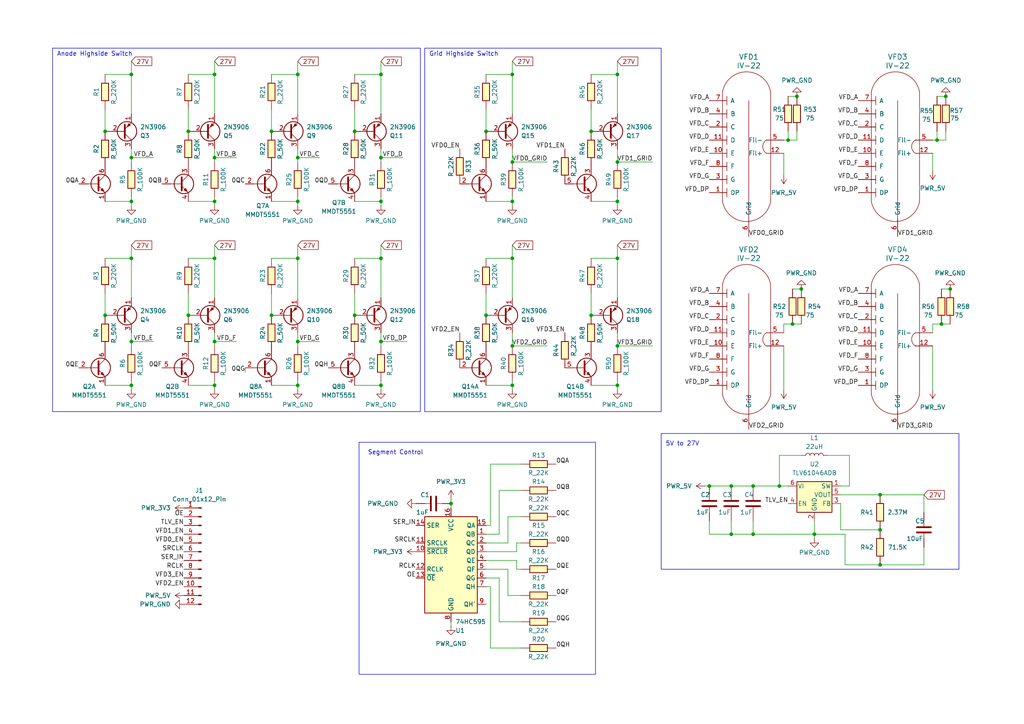
<source format=kicad_sch>
(kicad_sch (version 20230121) (generator eeschema)
  (paper "A4")
  (junction (at 274.32 27.94))
  (junction (at 140.97 38.1))
  (junction (at 148.59 111.76))
  (junction (at 38.1 45.72))
  (junction (at 148.59 21.59))
  (junction (at 273.05 93.98))
  (junction (at 38.1 99.06))
  (junction (at 232.41 83.82))
  (junction (at 54.61 38.1))
  (junction (at 148.59 100.33))
  (junction (at 30.48 38.1))
  (junction (at 62.23 58.42))
  (junction (at 228.6 40.64))
  (junction (at 78.74 91.44))
  (junction (at 110.49 45.72))
  (junction (at 38.1 58.42))
  (junction (at 62.23 45.72))
  (junction (at 226.06 140.97))
  (junction (at 78.74 38.1))
  (junction (at 30.48 91.44))
  (junction (at 38.1 74.93))
  (junction (at 212.09 140.97))
  (junction (at 62.23 111.76))
  (junction (at 255.27 163.83))
  (junction (at 255.27 153.67))
  (junction (at 110.49 21.59))
  (junction (at 275.59 83.82))
  (junction (at 212.09 154.94))
  (junction (at 110.49 74.93))
  (junction (at 102.87 38.1))
  (junction (at 179.07 46.99))
  (junction (at 110.49 99.06))
  (junction (at 86.36 58.42))
  (junction (at 171.45 38.1))
  (junction (at 140.97 91.44))
  (junction (at 218.44 154.94))
  (junction (at 110.49 58.42))
  (junction (at 205.74 140.97))
  (junction (at 86.36 21.59))
  (junction (at 148.59 46.99))
  (junction (at 179.07 100.33))
  (junction (at 271.78 40.64))
  (junction (at 86.36 99.06))
  (junction (at 86.36 74.93))
  (junction (at 148.59 58.42))
  (junction (at 171.45 91.44))
  (junction (at 110.49 111.76))
  (junction (at 86.36 45.72))
  (junction (at 38.1 111.76))
  (junction (at 130.81 146.05))
  (junction (at 38.1 21.59))
  (junction (at 179.07 74.93))
  (junction (at 62.23 99.06))
  (junction (at 179.07 21.59))
  (junction (at 236.22 154.94))
  (junction (at 86.36 111.76))
  (junction (at 179.07 111.76))
  (junction (at 102.87 91.44))
  (junction (at 231.14 27.94))
  (junction (at 148.59 74.93))
  (junction (at 54.61 91.44))
  (junction (at 218.44 140.97))
  (junction (at 255.27 143.51))
  (junction (at 229.87 93.98))
  (junction (at 62.23 74.93))
  (junction (at 179.07 58.42))
  (junction (at 62.23 21.59))
  (wire (pts (xy 102.87 85.09) (xy 102.87 91.44)))
  (wire (pts (xy 110.49 45.72) (xy 110.49 46.99)))
  (wire (pts (xy 110.49 17.78) (xy 110.49 21.59)))
  (wire (pts (xy 149.86 162.56) (xy 140.97 162.56)))
  (wire (pts (xy 240.03 132.08) (xy 246.38 132.08)))
  (wire (pts (xy 30.48 85.09) (xy 30.48 91.44)))
  (wire (pts (xy 227.33 44.45) (xy 227.33 50.8)))
  (wire (pts (xy 229.87 83.82) (xy 232.41 83.82)))
  (wire (pts (xy 228.6 27.94) (xy 231.14 27.94)))
  (wire (pts (xy 255.27 143.51) (xy 267.97 143.51)))
  (wire (pts (xy 78.74 85.09) (xy 78.74 91.44)))
  (wire (pts (xy 130.81 180.34) (xy 130.81 181.61)))
  (wire (pts (xy 228.6 38.1) (xy 228.6 40.64)))
  (wire (pts (xy 171.45 58.42) (xy 179.07 58.42)))
  (wire (pts (xy 38.1 17.78) (xy 38.1 21.59)))
  (wire (pts (xy 38.1 21.59) (xy 38.1 33.02)))
  (wire (pts (xy 273.05 83.82) (xy 275.59 83.82)))
  (wire (pts (xy 54.61 31.75) (xy 54.61 38.1)))
  (wire (pts (xy 110.49 96.52) (xy 110.49 99.06)))
  (wire (pts (xy 229.87 93.98) (xy 232.41 93.98)))
  (wire (pts (xy 171.45 31.75) (xy 171.45 38.1)))
  (wire (pts (xy 86.36 71.12) (xy 86.36 74.93)))
  (wire (pts (xy 204.47 140.97) (xy 205.74 140.97)))
  (wire (pts (xy 30.48 74.93) (xy 38.1 74.93)))
  (wire (pts (xy 110.49 43.18) (xy 110.49 45.72)))
  (wire (pts (xy 273.05 93.98) (xy 275.59 93.98)))
  (wire (pts (xy 148.59 46.99) (xy 158.75 46.99)))
  (wire (pts (xy 148.59 74.93) (xy 148.59 86.36)))
  (wire (pts (xy 179.07 17.78) (xy 179.07 21.59)))
  (wire (pts (xy 226.06 140.97) (xy 226.06 132.08)))
  (wire (pts (xy 62.23 59.69) (xy 62.23 58.42)))
  (wire (pts (xy 86.36 96.52) (xy 86.36 99.06)))
  (wire (pts (xy 38.1 96.52) (xy 38.1 99.06)))
  (wire (pts (xy 271.78 40.64) (xy 270.51 40.64)))
  (wire (pts (xy 86.36 43.18) (xy 86.36 45.72)))
  (wire (pts (xy 110.49 21.59) (xy 110.49 33.02)))
  (wire (pts (xy 171.45 111.76) (xy 179.07 111.76)))
  (wire (pts (xy 205.74 154.94) (xy 212.09 154.94)))
  (wire (pts (xy 236.22 151.13) (xy 236.22 154.94)))
  (wire (pts (xy 179.07 57.15) (xy 179.07 58.42)))
  (wire (pts (xy 54.61 74.93) (xy 62.23 74.93)))
  (wire (pts (xy 271.78 27.94) (xy 274.32 27.94)))
  (wire (pts (xy 78.74 31.75) (xy 78.74 38.1)))
  (wire (pts (xy 30.48 31.75) (xy 30.48 38.1)))
  (wire (pts (xy 226.06 132.08) (xy 232.41 132.08)))
  (wire (pts (xy 271.78 40.64) (xy 274.32 40.64)))
  (wire (pts (xy 38.1 45.72) (xy 38.1 46.99)))
  (wire (pts (xy 110.49 59.69) (xy 110.49 58.42)))
  (wire (pts (xy 140.97 170.18) (xy 142.24 170.18)))
  (wire (pts (xy 54.61 21.59) (xy 62.23 21.59)))
  (wire (pts (xy 140.97 74.93) (xy 148.59 74.93)))
  (wire (pts (xy 54.61 58.42) (xy 62.23 58.42)))
  (wire (pts (xy 102.87 58.42) (xy 110.49 58.42)))
  (wire (pts (xy 62.23 21.59) (xy 62.23 33.02)))
  (wire (pts (xy 140.97 31.75) (xy 140.97 38.1)))
  (wire (pts (xy 245.11 154.94) (xy 245.11 163.83)))
  (wire (pts (xy 227.33 100.33) (xy 227.33 113.03)))
  (wire (pts (xy 62.23 99.06) (xy 62.23 100.33)))
  (wire (pts (xy 171.45 21.59) (xy 179.07 21.59)))
  (wire (pts (xy 270.51 100.33) (xy 270.51 113.03)))
  (wire (pts (xy 92.71 45.72) (xy 86.36 45.72)))
  (wire (pts (xy 270.51 44.45) (xy 270.51 49.53)))
  (wire (pts (xy 144.78 167.64) (xy 144.78 180.34)))
  (wire (pts (xy 62.23 113.03) (xy 62.23 111.76)))
  (wire (pts (xy 102.87 31.75) (xy 102.87 38.1)))
  (wire (pts (xy 62.23 45.72) (xy 62.23 46.99)))
  (wire (pts (xy 179.07 113.03) (xy 179.07 111.76)))
  (wire (pts (xy 243.84 146.05) (xy 243.84 153.67)))
  (wire (pts (xy 62.23 96.52) (xy 62.23 99.06)))
  (wire (pts (xy 86.36 45.72) (xy 86.36 46.99)))
  (wire (pts (xy 149.86 157.48) (xy 151.13 157.48)))
  (wire (pts (xy 68.58 45.72) (xy 62.23 45.72)))
  (wire (pts (xy 179.07 59.69) (xy 179.07 58.42)))
  (wire (pts (xy 30.48 21.59) (xy 38.1 21.59)))
  (wire (pts (xy 110.49 74.93) (xy 110.49 86.36)))
  (wire (pts (xy 179.07 21.59) (xy 179.07 33.02)))
  (wire (pts (xy 62.23 17.78) (xy 62.23 21.59)))
  (wire (pts (xy 44.45 99.06) (xy 38.1 99.06)))
  (wire (pts (xy 231.14 40.64) (xy 231.14 38.1)))
  (wire (pts (xy 218.44 140.97) (xy 226.06 140.97)))
  (wire (pts (xy 144.78 180.34) (xy 151.13 180.34)))
  (wire (pts (xy 148.59 43.18) (xy 148.59 46.99)))
  (wire (pts (xy 179.07 110.49) (xy 179.07 111.76)))
  (wire (pts (xy 78.74 111.76) (xy 86.36 111.76)))
  (wire (pts (xy 38.1 113.03) (xy 38.1 111.76)))
  (wire (pts (xy 92.71 99.06) (xy 86.36 99.06)))
  (wire (pts (xy 86.36 99.06) (xy 86.36 100.33)))
  (wire (pts (xy 226.06 140.97) (xy 228.6 140.97)))
  (wire (pts (xy 212.09 140.97) (xy 218.44 140.97)))
  (wire (pts (xy 147.32 149.86) (xy 151.13 149.86)))
  (wire (pts (xy 147.32 172.72) (xy 151.13 172.72)))
  (wire (pts (xy 142.24 170.18) (xy 142.24 187.96)))
  (wire (pts (xy 110.49 99.06) (xy 110.49 100.33)))
  (wire (pts (xy 102.87 21.59) (xy 110.49 21.59)))
  (wire (pts (xy 102.87 111.76) (xy 110.49 111.76)))
  (wire (pts (xy 148.59 17.78) (xy 148.59 21.59)))
  (wire (pts (xy 86.36 21.59) (xy 86.36 33.02)))
  (wire (pts (xy 246.38 132.08) (xy 246.38 140.97)))
  (wire (pts (xy 149.86 160.02) (xy 140.97 160.02)))
  (wire (pts (xy 30.48 58.42) (xy 38.1 58.42)))
  (wire (pts (xy 218.44 151.13) (xy 218.44 154.94)))
  (wire (pts (xy 38.1 43.18) (xy 38.1 45.72)))
  (wire (pts (xy 205.74 140.97) (xy 212.09 140.97)))
  (wire (pts (xy 243.84 153.67) (xy 255.27 153.67)))
  (wire (pts (xy 118.11 99.06) (xy 110.49 99.06)))
  (wire (pts (xy 144.78 142.24) (xy 144.78 154.94)))
  (wire (pts (xy 86.36 113.03) (xy 86.36 111.76)))
  (wire (pts (xy 212.09 154.94) (xy 218.44 154.94)))
  (wire (pts (xy 151.13 134.62) (xy 142.24 134.62)))
  (wire (pts (xy 140.97 85.09) (xy 140.97 91.44)))
  (wire (pts (xy 140.97 167.64) (xy 144.78 167.64)))
  (wire (pts (xy 86.36 17.78) (xy 86.36 21.59)))
  (wire (pts (xy 86.36 57.15) (xy 86.36 58.42)))
  (wire (pts (xy 110.49 71.12) (xy 110.49 74.93)))
  (wire (pts (xy 78.74 21.59) (xy 86.36 21.59)))
  (wire (pts (xy 212.09 151.13) (xy 212.09 154.94)))
  (wire (pts (xy 179.07 96.52) (xy 179.07 100.33)))
  (wire (pts (xy 179.07 43.18) (xy 179.07 46.99)))
  (wire (pts (xy 148.59 100.33) (xy 158.75 100.33)))
  (wire (pts (xy 267.97 143.51) (xy 267.97 148.59)))
  (wire (pts (xy 38.1 99.06) (xy 38.1 100.33)))
  (wire (pts (xy 255.27 163.83) (xy 267.97 163.83)))
  (wire (pts (xy 245.11 163.83) (xy 255.27 163.83)))
  (wire (pts (xy 86.36 110.49) (xy 86.36 111.76)))
  (wire (pts (xy 44.45 45.72) (xy 38.1 45.72)))
  (wire (pts (xy 274.32 38.1) (xy 274.32 40.64)))
  (wire (pts (xy 78.74 74.93) (xy 86.36 74.93)))
  (wire (pts (xy 30.48 111.76) (xy 38.1 111.76)))
  (wire (pts (xy 86.36 59.69) (xy 86.36 58.42)))
  (wire (pts (xy 218.44 154.94) (xy 236.22 154.94)))
  (wire (pts (xy 227.33 96.52) (xy 227.33 93.98)))
  (wire (pts (xy 151.13 165.1) (xy 149.86 165.1)))
  (wire (pts (xy 147.32 157.48) (xy 140.97 157.48)))
  (wire (pts (xy 71.12 106.68) (xy 71.12 107.95)))
  (wire (pts (xy 130.81 144.78) (xy 130.81 146.05)))
  (wire (pts (xy 68.58 99.06) (xy 62.23 99.06)))
  (wire (pts (xy 179.07 74.93) (xy 179.07 86.36)))
  (wire (pts (xy 149.86 165.1) (xy 149.86 162.56)))
  (wire (pts (xy 62.23 110.49) (xy 62.23 111.76)))
  (wire (pts (xy 54.61 111.76) (xy 62.23 111.76)))
  (wire (pts (xy 148.59 113.03) (xy 148.59 111.76)))
  (wire (pts (xy 38.1 59.69) (xy 38.1 58.42)))
  (wire (pts (xy 267.97 158.75) (xy 267.97 163.83)))
  (wire (pts (xy 110.49 113.03) (xy 110.49 111.76)))
  (wire (pts (xy 236.22 154.94) (xy 236.22 156.21)))
  (wire (pts (xy 54.61 85.09) (xy 54.61 91.44)))
  (wire (pts (xy 228.6 40.64) (xy 227.33 40.64)))
  (wire (pts (xy 140.97 165.1) (xy 147.32 165.1)))
  (wire (pts (xy 148.59 110.49) (xy 148.59 111.76)))
  (wire (pts (xy 205.74 151.13) (xy 205.74 154.94)))
  (wire (pts (xy 116.84 45.72) (xy 110.49 45.72)))
  (wire (pts (xy 38.1 74.93) (xy 38.1 86.36)))
  (wire (pts (xy 148.59 71.12) (xy 148.59 74.93)))
  (wire (pts (xy 102.87 74.93) (xy 110.49 74.93)))
  (wire (pts (xy 140.97 21.59) (xy 148.59 21.59)))
  (wire (pts (xy 243.84 143.51) (xy 255.27 143.51)))
  (wire (pts (xy 140.97 58.42) (xy 148.59 58.42)))
  (wire (pts (xy 147.32 165.1) (xy 147.32 172.72)))
  (wire (pts (xy 171.45 74.93) (xy 179.07 74.93)))
  (wire (pts (xy 142.24 152.4) (xy 140.97 152.4)))
  (wire (pts (xy 148.59 21.59) (xy 148.59 33.02)))
  (wire (pts (xy 148.59 96.52) (xy 148.59 100.33)))
  (wire (pts (xy 179.07 100.33) (xy 189.23 100.33)))
  (wire (pts (xy 149.86 157.48) (xy 149.86 160.02)))
  (wire (pts (xy 148.59 59.69) (xy 148.59 58.42)))
  (wire (pts (xy 142.24 187.96) (xy 151.13 187.96)))
  (wire (pts (xy 144.78 154.94) (xy 140.97 154.94)))
  (wire (pts (xy 86.36 74.93) (xy 86.36 86.36)))
  (wire (pts (xy 38.1 57.15) (xy 38.1 58.42)))
  (wire (pts (xy 140.97 111.76) (xy 148.59 111.76)))
  (wire (pts (xy 179.07 71.12) (xy 179.07 74.93)))
  (wire (pts (xy 62.23 43.18) (xy 62.23 45.72)))
  (wire (pts (xy 130.81 146.05) (xy 130.81 147.32)))
  (wire (pts (xy 271.78 38.1) (xy 271.78 40.64)))
  (wire (pts (xy 62.23 71.12) (xy 62.23 74.93)))
  (wire (pts (xy 270.51 96.52) (xy 270.51 93.98)))
  (wire (pts (xy 62.23 74.93) (xy 62.23 86.36)))
  (wire (pts (xy 151.13 142.24) (xy 144.78 142.24)))
  (wire (pts (xy 227.33 93.98) (xy 229.87 93.98)))
  (wire (pts (xy 147.32 157.48) (xy 147.32 149.86)))
  (wire (pts (xy 38.1 110.49) (xy 38.1 111.76)))
  (wire (pts (xy 246.38 140.97) (xy 243.84 140.97)))
  (wire (pts (xy 148.59 57.15) (xy 148.59 58.42)))
  (wire (pts (xy 270.51 93.98) (xy 273.05 93.98)))
  (wire (pts (xy 228.6 40.64) (xy 231.14 40.64)))
  (wire (pts (xy 110.49 57.15) (xy 110.49 58.42)))
  (wire (pts (xy 38.1 71.12) (xy 38.1 74.93)))
  (wire (pts (xy 142.24 134.62) (xy 142.24 152.4)))
  (wire (pts (xy 110.49 110.49) (xy 110.49 111.76)))
  (wire (pts (xy 171.45 85.09) (xy 171.45 91.44)))
  (wire (pts (xy 179.07 46.99) (xy 189.23 46.99)))
  (wire (pts (xy 62.23 57.15) (xy 62.23 58.42)))
  (wire (pts (xy 78.74 58.42) (xy 86.36 58.42)))
  (wire (pts (xy 236.22 154.94) (xy 245.11 154.94)))
  (rectangle (start 15.24 13.97) (end 121.92 119.38))
  (rectangle (start 191.77 125.73) (end 278.13 165.1))
  (rectangle (start 104.14 128.27) (end 172.72 195.58))
  (rectangle (start 123.19 13.97) (end 191.77 119.38))
  (text "5V to 27V\n" (at 193.04 129.54 0) (effects (font (size 1.27 1.27)) (justify left bottom)))
  (text "Grid Highside Switch" (at 124.46 16.51 0) (effects (font (size 1.27 1.27)) (justify left bottom)))
  (text "Segment Control\n" (at 106.68 132.08 0) (effects (font (size 1.27 1.27)) (justify left bottom)))
  (text "Anode Highside Switch" (at 16.51 16.51 0) (effects (font (size 1.27 1.27)) (justify left bottom)))
  (label "VFD_F" (at 68.58 99.06 180))
  (label "VFD2_GRID" (at 217.17 124.46 0))
  (label "VFD0_GRID" (at 158.75 46.99 180))
  (label "VFD_C" (at 92.71 45.72 180))
  (label "VFD0_GRID" (at 217.17 68.58 0))
  (label "VFD_G" (at 248.92 107.95 180))
  (label "VFD_D" (at 205.74 96.52 180))
  (label "VFD_B" (at 205.74 88.9 180))
  (label "0QA" (at 161.29 134.62 0))
  (label "VFD3_EN" (at 163.83 96.52 180))
  (label "VFD_D" (at 205.74 40.64 180))
  (label "VFD_DP" (at 248.92 111.76 180))
  (label "VFD_E" (at 205.74 44.45 180))
  (label "SRCLK" (at 120.65 157.48 180))
  (label "OE" (at 53.34 149.86 180))
  (label "VFD_D" (at 248.92 96.52 180))
  (label "VFD_G" (at 248.92 52.07 180))
  (label "VFD3_GRID" (at 189.23 100.33 180))
  (label "VFD_A" (at 248.92 29.21 180))
  (label "VFD_B" (at 248.92 88.9 180))
  (label "VFD_D" (at 248.92 40.64 180))
  (label "VFD_C" (at 248.92 92.71 180))
  (label "VFD1_EN" (at 163.83 43.18 180))
  (label "VFD_G" (at 205.74 107.95 180))
  (label "VFD1_GRID" (at 260.35 68.58 0))
  (label "0QA" (at 22.86 53.34 180))
  (label "VFD_B" (at 68.58 45.72 180))
  (label "0QD" (at 161.29 157.48 0))
  (label "VFD_G" (at 205.74 52.07 180))
  (label "VFD_F" (at 205.74 104.14 180))
  (label "SER_IN" (at 53.34 162.56 180))
  (label "VFD_E" (at 205.74 100.33 180))
  (label "VFD2_EN" (at 53.34 170.18 180))
  (label "0QH" (at 161.29 187.96 0))
  (label "VFD_A" (at 248.92 85.09 180))
  (label "0QC" (at 161.29 149.86 0))
  (label "TLV_EN" (at 228.6 146.05 180))
  (label "0QG" (at 71.12 107.95 180))
  (label "SRCLK" (at 53.34 160.02 180))
  (label "0QC" (at 71.12 53.34 180))
  (label "VFD_C" (at 205.74 92.71 180))
  (label "0QE" (at 22.86 106.68 180))
  (label "0QB" (at 46.99 53.34 180))
  (label "VFD_DP" (at 118.11 99.06 180))
  (label "OE" (at 120.65 167.64 180))
  (label "0QE" (at 161.29 165.1 0))
  (label "0QH" (at 95.25 106.68 180))
  (label "VFD0_EN" (at 133.35 43.18 180))
  (label "VFD_F" (at 248.92 104.14 180))
  (label "VFD_D" (at 116.84 45.72 180))
  (label "VFD_G" (at 92.71 99.06 180))
  (label "VFD3_GRID" (at 260.35 124.46 0))
  (label "VFD_B" (at 205.74 33.02 180))
  (label "VFD_B" (at 248.92 33.02 180))
  (label "VFD3_EN" (at 53.34 167.64 180))
  (label "0QD" (at 95.25 53.34 180))
  (label "VFD_C" (at 205.74 36.83 180))
  (label "VFD2_GRID" (at 158.75 100.33 180))
  (label "VFD_E" (at 44.45 99.06 180))
  (label "VFD1_EN" (at 53.34 154.94 180))
  (label "VFD_E" (at 248.92 44.45 180))
  (label "VFD_DP" (at 205.74 111.76 180))
  (label "VFD_DP" (at 205.74 55.88 180))
  (label "TLV_EN" (at 53.34 152.4 180))
  (label "VFD0_EN" (at 53.34 157.48 180))
  (label "0QB" (at 161.29 142.24 0))
  (label "VFD_A" (at 44.45 45.72 180))
  (label "VFD_C" (at 248.92 36.83 180))
  (label "VFD2_EN" (at 133.35 96.52 180))
  (label "SER_IN" (at 120.65 152.4 180))
  (label "VFD_E" (at 248.92 100.33 180))
  (label "VFD_F" (at 248.92 48.26 180))
  (label "VFD_DP" (at 248.92 55.88 180))
  (label "VFD_F" (at 205.74 48.26 180))
  (label "0QG" (at 161.29 180.34 0))
  (label "0QF" (at 46.99 106.68 180))
  (label "VFD_A" (at 205.74 85.09 180))
  (label "RCLK" (at 53.34 165.1 180))
  (label "VFD_A" (at 205.74 29.21 180))
  (label "VFD1_GRID" (at 189.23 46.99 180))
  (label "0QF" (at 161.29 172.72 0))
  (label "RCLK" (at 120.65 165.1 180))
  (global_label "27V" (shape input) (at 267.97 143.51 0) (property "Intersheetrefs" "${INTERSHEET_REFS}" (effects hide)))
  (global_label "27V" (shape input) (at 148.59 17.78 0) (property "Intersheetrefs" "${INTERSHEET_REFS}" (effects hide)))
  (global_label "27V" (shape input) (at 38.1 17.78 0) (property "Intersheetrefs" "${INTERSHEET_REFS}" (effects hide)))
  (global_label "27V" (shape input) (at 62.23 17.78 0) (property "Intersheetrefs" "${INTERSHEET_REFS}" (effects hide)))
  (global_label "27V" (shape input) (at 62.23 71.12 0) (property "Intersheetrefs" "${INTERSHEET_REFS}" (effects hide)))
  (global_label "27V" (shape input) (at 148.59 71.12 0) (property "Intersheetrefs" "${INTERSHEET_REFS}" (effects hide)))
  (global_label "27V" (shape input) (at 38.1 71.12 0) (property "Intersheetrefs" "${INTERSHEET_REFS}" (effects hide)))
  (global_label "27V" (shape input) (at 86.36 71.12 0) (property "Intersheetrefs" "${INTERSHEET_REFS}" (effects hide)))
  (global_label "27V" (shape input) (at 179.07 17.78 0) (property "Intersheetrefs" "${INTERSHEET_REFS}" (effects hide)))
  (global_label "27V" (shape input) (at 179.07 71.12 0) (property "Intersheetrefs" "${INTERSHEET_REFS}" (effects hide)))
  (global_label "27V" (shape input) (at 110.49 17.78 0) (property "Intersheetrefs" "${INTERSHEET_REFS}" (effects hide)))
  (global_label "27V" (shape input) (at 86.36 17.78 0) (property "Intersheetrefs" "${INTERSHEET_REFS}" (effects hide)))
  (global_label "27V" (shape input) (at 110.49 71.12 0) (property "Intersheetrefs" "${INTERSHEET_REFS}" (effects hide)))
  (symbol (lib_id "Fab:PWR_GND") (at 232.41 83.82 0) (mirror x) (unit 1)
    (property "Reference" "#PWR022" (effects hide))
    (property "Value" "PWR_GND" (at 236.9486 79.1973 0) (effects (justify right)))
  )
  (symbol (lib_id "Fab:R_1206") (at 156.21 157.48 90) (mirror x) (unit 1)
    (property "Reference" "R16" (at 156.21 160.02 90))
    (property "Value" "R_22K" (at 156.21 154.94 90))
    (property "Footprint" "Fab:R_1206" (effects hide))
  )
  (symbol (lib_id "Transistor_BJT:2N3906") (at 146.05 91.44 0) (mirror x) (unit 1)
    (property "Reference" "Q16" (at 151.13 92.71 0) (effects (justify left)))
    (property "Value" "2N3906" (at 151.13 90.17 0) (effects (justify left)))
    (property "Footprint" "Package_TO_SOT_THT:TO-92_Inline" (effects hide))
    (property "Datasheet" "https://www.onsemi.com/pub/Collateral/2N3906-D.PDF" (effects hide))
  )
  (symbol (lib_id "Fab:R_1206") (at 163.83 101.6 0) (mirror y) (unit 1)
    (property "Reference" "R44" (at 161.29 101.6 90))
    (property "Value" "R_22K" (at 166.37 100.33 90))
    (property "Footprint" "Fab:R_1206" (effects hide))
  )
  (symbol (lib_id "Fab:R_1206") (at 156.21 149.86 90) (mirror x) (unit 1)
    (property "Reference" "R15" (at 156.21 152.4 90))
    (property "Value" "R_22K" (at 156.21 147.32 90))
    (property "Footprint" "Fab:R_1206" (effects hide))
  )
  (symbol (lib_id "Fab:PWR_GND") (at 38.1 113.03 0) (unit 1)
    (property "Reference" "#PWR04" (effects hide))
    (property "Value" "PWR_GND" (at 42.6204 117.3653 0) (effects (justify right)))
  )
  (symbol (lib_id "Fab:R_1206") (at 156.21 142.24 270) (mirror x) (unit 1)
    (property "Reference" "R14" (at 156.21 139.7 90))
    (property "Value" "R_22K" (at 156.21 144.78 90))
    (property "Footprint" "Fab:R_1206" (effects hide))
  )
  (symbol (lib_id "Fab:R_1206") (at 140.97 96.52 0) (mirror y) (unit 1)
    (property "Reference" "R38" (at 138.43 96.52 90))
    (property "Value" "R_50K" (at 143.51 96.52 90))
    (property "Footprint" "Fab:R_1206" (effects hide))
  )
  (symbol (lib_id "Fab:R_1206") (at 62.23 52.07 0) (mirror y) (unit 1)
    (property "Reference" "R11" (at 59.69 52.07 90))
    (property "Value" "R_100K" (at 64.77 52.07 90))
    (property "Footprint" "Fab:R_1206" (effects hide))
  )
  (symbol (lib_id "Fab:R_1206") (at 156.21 134.62 270) (mirror x) (unit 1)
    (property "Reference" "R13" (at 156.21 132.08 90))
    (property "Value" "R_22K" (at 156.21 137.16 90))
    (property "Footprint" "Fab:R_1206" (effects hide))
  )
  (symbol (lib_id "Fab:R_1206") (at 229.87 88.9 0) (mirror y) (unit 1)
    (property "Reference" "R52" (at 226.06 88.9 0))
    (property "Value" "75" (at 226.06 91.44 0))
    (property "Footprint" "Fab:R_1206" (effects hide))
  )
  (symbol (lib_id "Fab:R_1206") (at 140.97 26.67 0) (mirror y) (unit 1)
    (property "Reference" "R35" (at 138.43 26.67 90))
    (property "Value" "R_220K" (at 143.51 26.67 90))
    (property "Footprint" "Fab:R_1206" (effects hide))
  )
  (symbol (lib_id "Fab:PWR_5V") (at 270.51 49.53 0) (mirror x) (unit 1)
    (property "Reference" "#PWR023" (effects hide))
    (property "Value" "PWR_5V" (at 270.51 54.61 0))
  )
  (symbol (lib_id "Transistor_BJT:2N3906") (at 176.53 91.44 0) (mirror x) (unit 1)
    (property "Reference" "Q18" (at 181.61 92.71 0) (effects (justify left)))
    (property "Value" "2N3906" (at 181.61 90.17 0) (effects (justify left)))
    (property "Footprint" "Package_TO_SOT_THT:TO-92_Inline" (effects hide))
    (property "Datasheet" "https://www.onsemi.com/pub/Collateral/2N3906-D.PDF" (effects hide))
  )
  (symbol (lib_id "Fab:R_1206") (at 133.35 48.26 0) (mirror x) (unit 1)
    (property "Reference" "R33" (at 135.89 48.26 90))
    (property "Value" "R_22K" (at 130.81 48.26 90))
    (property "Footprint" "Fab:R_1206" (effects hide))
  )
  (symbol (lib_id "Fab:C_1206") (at 212.09 146.05 0) (unit 1)
    (property "Reference" "C3" (at 209.55 143.51 0) (effects (justify left)))
    (property "Value" "1uF" (at 208.28 148.59 0) (effects (justify left)))
    (property "Footprint" "Fab:C_1206" (effects hide))
    (property "Datasheet" "https://www.yageo.com/upload/media/product/productsearch/datasheet/mlcc/UPY-GP_NP0_16V-to-50V_18.pdf" (effects hide))
  )
  (symbol (lib_id "Fab:R_1206") (at 30.48 43.18 0) (mirror y) (unit 1)
    (property "Reference" "R2" (at 27.94 43.18 90))
    (property "Value" "R_50K" (at 33.02 43.18 90))
    (property "Footprint" "Fab:R_1206" (effects hide))
  )
  (symbol (lib_id "Fab:PWR_5V") (at 53.34 172.72 90) (mirror x) (unit 1)
    (property "Reference" "#PWR028" (effects hide))
    (property "Value" "PWR_5V" (at 49.53 172.72 90) (effects (justify left)))
  )
  (symbol (lib_id "Fab:PWR_GND") (at 110.49 59.69 0) (unit 1)
    (property "Reference" "#PWR012" (effects hide))
    (property "Value" "PWR_GND" (at 115.0104 64.0253 0) (effects (justify right)))
  )
  (symbol (lib_id "Fab:L_1210") (at 236.22 132.08 90) (unit 1)
    (property "Reference" "L1" (at 236.22 127 90))
    (property "Value" "22uH" (at 236.22 129.54 90))
    (property "Footprint" "Fab:L_1210" (effects hide))
    (property "Datasheet" "https://ds.yuden.co.jp/TYCOMPAS/ut/detail?pn=CBC3225T1R0MR%20%20&u=M" (effects hide))
  )
  (symbol (lib_id "Fab:PWR_GND") (at 148.59 59.69 0) (unit 1)
    (property "Reference" "#PWR015" (effects hide))
    (property "Value" "PWR_GND" (at 153.1104 64.0253 0) (effects (justify right)))
  )
  (symbol (lib_id "Fab:C_1206") (at 205.74 146.05 0) (unit 1)
    (property "Reference" "C2" (at 203.2 143.51 0) (effects (justify left)))
    (property "Value" "1uF" (at 201.93 148.59 0) (effects (justify left)))
    (property "Footprint" "Fab:C_1206" (effects hide))
    (property "Datasheet" "https://www.yageo.com/upload/media/product/productsearch/datasheet/mlcc/UPY-GP_NP0_16V-to-50V_18.pdf" (effects hide))
  )
  (symbol (lib_id "Transistor_BJT:MMDT5551") (at 52.07 53.34 0) (unit 2)
    (property "Reference" "Q1" (effects hide))
    (property "Value" "MMDT5551" (effects hide))
    (property "Footprint" "Package_TO_SOT_SMD:SOT-363_SC-70-6" (effects hide))
    (property "Datasheet" "http://www.diodes.com/_files/datasheets/ds30172.pdf" (effects hide))
  )
  (symbol (lib_id "Fab:R_1206") (at 232.41 88.9 0) (mirror y) (unit 1)
    (property "Reference" "R54" (at 236.22 88.9 0))
    (property "Value" "75" (at 234.95 91.44 0))
    (property "Footprint" "Fab:R_1206" (effects hide))
  )
  (symbol (lib_id "Fab:R_1206") (at 171.45 43.18 0) (mirror y) (unit 1)
    (property "Reference" "R46" (at 168.91 43.18 90))
    (property "Value" "R_50K" (at 173.99 43.18 90))
    (property "Footprint" "Fab:R_1206" (effects hide))
  )
  (symbol (lib_id "Fab:R_1206") (at 86.36 105.41 0) (mirror y) (unit 1)
    (property "Reference" "R26" (at 83.82 105.41 90))
    (property "Value" "R_100K" (at 88.9 105.41 90))
    (property "Footprint" "Fab:R_1206" (effects hide))
  )
  (symbol (lib_id "Fab:R_1206") (at 78.74 26.67 0) (mirror y) (unit 1)
    (property "Reference" "R21" (at 76.2 26.67 90))
    (property "Value" "R_220K" (at 81.28 26.67 90))
    (property "Footprint" "Fab:R_1206" (effects hide))
  )
  (symbol (lib_id "VFDs:IV-22") (at 217.17 45.72 0) (unit 1)
    (property "Reference" "VFD1" (at 217.17 16.51 0) (effects (font (size 1.524 1.524))))
    (property "Value" "IV-22" (at 217.17 19.05 0) (effects (font (size 1.524 1.524))))
    (property "Footprint" "VFD:IV-22" (effects hide))
  )
  (symbol (lib_id "Fab:R_1206") (at 140.97 43.18 0) (mirror y) (unit 1)
    (property "Reference" "R36" (at 138.43 43.18 90))
    (property "Value" "R_50K" (at 143.51 43.18 90))
    (property "Footprint" "Fab:R_1206" (effects hide))
  )
  (symbol (lib_id "Fab:PWR_GND") (at 179.07 59.69 0) (unit 1)
    (property "Reference" "#PWR017" (effects hide))
    (property "Value" "PWR_GND" (at 183.5904 64.0253 0) (effects (justify right)))
  )
  (symbol (lib_id "Fab:R_1206") (at 30.48 96.52 0) (mirror y) (unit 1)
    (property "Reference" "R4" (at 27.94 96.52 90))
    (property "Value" "R_50K" (at 33.02 96.52 90))
    (property "Footprint" "Fab:R_1206" (effects hide))
  )
  (symbol (lib_id "Transistor_BJT:2N3906") (at 146.05 38.1 0) (mirror x) (unit 1)
    (property "Reference" "Q15" (at 151.13 39.37 0) (effects (justify left)))
    (property "Value" "2N3906" (at 151.13 36.83 0) (effects (justify left)))
    (property "Footprint" "Package_TO_SOT_THT:TO-92_Inline" (effects hide))
    (property "Datasheet" "https://www.onsemi.com/pub/Collateral/2N3906-D.PDF" (effects hide))
  )
  (symbol (lib_id "Transistor_BJT:2N3906") (at 107.95 91.44 0) (mirror x) (unit 1)
    (property "Reference" "Q12" (at 113.03 92.71 0) (effects (justify left)))
    (property "Value" "2N3906" (at 113.03 90.17 0) (effects (justify left)))
    (property "Footprint" "Package_TO_SOT_THT:TO-92_Inline" (effects hide))
    (property "Datasheet" "https://www.onsemi.com/pub/Collateral/2N3906-D.PDF" (effects hide))
  )
  (symbol (lib_id "Fab:C_1206") (at 267.97 153.67 0) (unit 1)
    (property "Reference" "C5" (at 265.43 151.13 0) (effects (justify left)))
    (property "Value" "10uF" (at 262.89 156.21 0) (effects (justify left)))
    (property "Footprint" "Fab:C_1206" (effects hide))
    (property "Datasheet" "https://www.yageo.com/upload/media/product/productsearch/datasheet/mlcc/UPY-GP_NP0_16V-to-50V_18.pdf" (effects hide))
  )
  (symbol (lib_id "Fab:R_1206") (at 156.21 187.96 270) (mirror x) (unit 1)
    (property "Reference" "R20" (at 156.21 185.42 90))
    (property "Value" "R_22K" (at 156.21 190.5 90))
    (property "Footprint" "Fab:R_1206" (effects hide))
  )
  (symbol (lib_id "Fab:R_1206") (at 62.23 105.41 0) (mirror y) (unit 1)
    (property "Reference" "R12" (at 59.69 105.41 90))
    (property "Value" "R_100K" (at 64.77 105.41 90))
    (property "Footprint" "Fab:R_1206" (effects hide))
  )
  (symbol (lib_id "Transistor_BJT:MMDT5551") (at 100.33 53.34 0) (unit 2)
    (property "Reference" "Q7" (at 98.2778 58.7694 0))
    (property "Value" "MMDT5551" (at 98.2778 61.3094 0))
    (property "Footprint" "Package_TO_SOT_SMD:SOT-363_SC-70-6" (effects hide))
    (property "Datasheet" "http://www.diodes.com/_files/datasheets/ds30172.pdf" (effects hide))
  )
  (symbol (lib_id "Fab:PWR_GND") (at 120.65 146.05 270) (mirror x) (unit 1)
    (property "Reference" "#PWR01" (effects hide))
    (property "Value" "PWR_GND" (at 115.57 146.05 90) (effects (justify right)))
  )
  (symbol (lib_id "Transistor_BJT:2N3906") (at 59.69 91.44 0) (mirror x) (unit 1)
    (property "Reference" "Q6" (at 64.77 92.71 0) (effects (justify left)))
    (property "Value" "2N3906" (at 64.77 90.17 0) (effects (justify left)))
    (property "Footprint" "Package_TO_SOT_THT:TO-92_Inline" (effects hide))
    (property "Datasheet" "https://www.onsemi.com/pub/Collateral/2N3906-D.PDF" (effects hide))
  )
  (symbol (lib_id "Fab:R_1206") (at 78.74 43.18 0) (mirror y) (unit 1)
    (property "Reference" "R22" (at 76.2 43.18 90))
    (property "Value" "R_50K" (at 81.28 43.18 90))
    (property "Footprint" "Fab:R_1206" (effects hide))
  )
  (symbol (lib_id "Fab:PWR_GND") (at 38.1 59.69 0) (unit 1)
    (property "Reference" "#PWR03" (effects hide))
    (property "Value" "PWR_GND" (at 42.6204 64.0253 0) (effects (justify right)))
  )
  (symbol (lib_id "Fab:C_1206") (at 218.44 146.05 0) (unit 1)
    (property "Reference" "C4" (at 215.9 143.51 0) (effects (justify left)))
    (property "Value" "1uF" (at 214.63 148.59 0) (effects (justify left)))
    (property "Footprint" "Fab:C_1206" (effects hide))
    (property "Datasheet" "https://www.yageo.com/upload/media/product/productsearch/datasheet/mlcc/UPY-GP_NP0_16V-to-50V_18.pdf" (effects hide))
  )
  (symbol (lib_id "Fab:R_1206") (at 102.87 96.52 0) (mirror y) (unit 1)
    (property "Reference" "R30" (at 100.33 96.52 90))
    (property "Value" "R_50K" (at 105.41 96.52 90))
    (property "Footprint" "Fab:R_1206" (effects hide))
  )
  (symbol (lib_id "Transistor_BJT:2N3906") (at 59.69 38.1 0) (mirror x) (unit 1)
    (property "Reference" "Q5" (at 64.77 39.37 0) (effects (justify left)))
    (property "Value" "2N3906" (at 64.77 36.83 0) (effects (justify left)))
    (property "Footprint" "Package_TO_SOT_THT:TO-92_Inline" (effects hide))
    (property "Datasheet" "https://www.onsemi.com/pub/Collateral/2N3906-D.PDF" (effects hide))
  )
  (symbol (lib_id "Fab:PWR_GND") (at 148.59 113.03 0) (unit 1)
    (property "Reference" "#PWR016" (effects hide))
    (property "Value" "PWR_GND" (at 153.1104 117.3653 0) (effects (justify right)))
  )
  (symbol (lib_id "Fab:R_1206") (at 38.1 105.41 0) (mirror y) (unit 1)
    (property "Reference" "R6" (at 35.56 105.41 90))
    (property "Value" "R_100K" (at 40.64 105.41 90))
    (property "Footprint" "Fab:R_1206" (effects hide))
  )
  (symbol (lib_id "Fab:R_1206") (at 274.32 33.02 0) (mirror y) (unit 1)
    (property "Reference" "R57" (at 277.3898 32.0727 0))
    (property "Value" "75" (at 276.86 34.29 0))
    (property "Footprint" "Fab:R_1206" (effects hide))
  )
  (symbol (lib_id "Fab:R_1206") (at 275.59 88.9 0) (mirror y) (unit 1)
    (property "Reference" "R58" (at 279.4 88.9 0))
    (property "Value" "75" (at 278.13 91.44 0))
    (property "Footprint" "Fab:R_1206" (effects hide))
  )
  (symbol (lib_id "Transistor_BJT:2N3906") (at 35.56 38.1 0) (mirror x) (unit 1)
    (property "Reference" "Q3" (at 40.64 39.37 0) (effects (justify left)))
    (property "Value" "2N3906" (at 40.64 36.83 0) (effects (justify left)))
    (property "Footprint" "Package_TO_SOT_THT:TO-92_Inline" (effects hide))
    (property "Datasheet" "https://www.onsemi.com/pub/Collateral/2N3906-D.PDF" (effects hide))
  )
  (symbol (lib_id "Fab:R_1206") (at 110.49 105.41 0) (mirror y) (unit 1)
    (property "Reference" "R32" (at 107.95 105.41 90))
    (property "Value" "R_100K" (at 113.03 105.41 90))
    (property "Footprint" "Fab:R_1206" (effects hide))
  )
  (symbol (lib_id "Fab:R_1206") (at 179.07 105.41 0) (mirror y) (unit 1)
    (property "Reference" "R50" (at 176.53 105.41 90))
    (property "Value" "R_100K" (at 181.61 105.41 90))
    (property "Footprint" "Fab:R_1206" (effects hide))
  )
  (symbol (lib_id "Fab:R_1206") (at 30.48 80.01 0) (mirror y) (unit 1)
    (property "Reference" "R3" (at 27.94 80.01 90))
    (property "Value" "R_220K" (at 33.02 80.01 90))
    (property "Footprint" "Fab:R_1206" (effects hide))
  )
  (symbol (lib_id "Fab:R_1206") (at 148.59 105.41 0) (mirror y) (unit 1)
    (property "Reference" "R40" (at 146.05 105.41 90))
    (property "Value" "R_100K" (at 151.13 105.41 90))
    (property "Footprint" "Fab:R_1206" (effects hide))
  )
  (symbol (lib_id "Fab:PWR_5V") (at 270.51 113.03 0) (mirror x) (unit 1)
    (property "Reference" "#PWR024" (effects hide))
    (property "Value" "PWR_5V" (at 270.51 118.11 0))
  )
  (symbol (lib_id "Transistor_BJT:MMDT5551") (at 168.91 106.68 0) (unit 2)
    (property "Reference" "Q14" (at 166.8578 112.1094 0))
    (property "Value" "MMDT5551" (at 166.8578 114.6494 0))
    (property "Footprint" "Package_TO_SOT_SMD:SOT-363_SC-70-6" (effects hide))
    (property "Datasheet" "http://www.diodes.com/_files/datasheets/ds30172.pdf" (effects hide))
  )
  (symbol (lib_id "Transistor_BJT:MMDT5551") (at 138.43 53.34 0) (unit 1)
    (property "Reference" "Q13" (effects hide))
    (property "Value" "MMDT5551" (effects hide))
    (property "Footprint" "Package_TO_SOT_SMD:SOT-363_SC-70-6" (effects hide))
    (property "Datasheet" "http://www.diodes.com/_files/datasheets/ds30172.pdf" (effects hide))
  )
  (symbol (lib_id "Fab:PWR_GND") (at 110.49 113.03 0) (unit 1)
    (property "Reference" "#PWR013" (effects hide))
    (property "Value" "PWR_GND" (at 115.0104 117.3653 0) (effects (justify right)))
  )
  (symbol (lib_id "Fab:R_1206") (at 102.87 43.18 0) (mirror y) (unit 1)
    (property "Reference" "R28" (at 100.33 43.18 90))
    (property "Value" "R_50K" (at 105.41 43.18 90))
    (property "Footprint" "Fab:R_1206" (effects hide))
  )
  (symbol (lib_id "Fab:R_1206") (at 171.45 96.52 0) (mirror y) (unit 1)
    (property "Reference" "R48" (at 168.91 96.52 90))
    (property "Value" "R_50K" (at 173.99 96.52 90))
    (property "Footprint" "Fab:R_1206" (effects hide))
  )
  (symbol (lib_id "Connector:Conn_01x12_Pin") (at 58.42 160.02 0) (mirror y) (unit 1)
    (property "Reference" "J1" (at 57.785 142.24 0))
    (property "Value" "Conn_01x12_Pin" (at 57.785 144.78 0))
    (property "Footprint" "Connector_PinSocket_2.54mm:PinSocket_1x12_P2.54mm_Vertical" (effects hide))
  )
  (symbol (lib_id "Fab:PWR_GND") (at 236.22 156.21 0) (mirror y) (unit 1)
    (property "Reference" "#PWR014" (effects hide))
    (property "Value" "PWR_GND" (at 231.6967 160.2601 0) (effects (justify right)))
  )
  (symbol (lib_id "Fab:C_1206") (at 125.73 146.05 270) (unit 1)
    (property "Reference" "C1" (at 121.92 143.51 90) (effects (justify left)))
    (property "Value" "1uF" (at 120.65 148.59 90) (effects (justify left)))
    (property "Footprint" "Fab:C_1206" (effects hide))
    (property "Datasheet" "https://www.yageo.com/upload/media/product/productsearch/datasheet/mlcc/UPY-GP_NP0_16V-to-50V_18.pdf" (effects hide))
  )
  (symbol (lib_id "Fab:R_1206") (at 148.59 52.07 0) (mirror y) (unit 1)
    (property "Reference" "R39" (at 146.05 52.07 90))
    (property "Value" "R_100K" (at 151.13 52.07 90))
    (property "Footprint" "Fab:R_1206" (effects hide))
  )
  (symbol (lib_id "Fab:R_1206") (at 156.21 172.72 270) (mirror x) (unit 1)
    (property "Reference" "R18" (at 156.21 170.18 90))
    (property "Value" "R_22K" (at 156.21 175.26 90))
    (property "Footprint" "Fab:R_1206" (effects hide))
  )
  (symbol (lib_id "Fab:PWR_3V3") (at 53.34 147.32 90) (mirror x) (unit 1)
    (property "Reference" "#PWR027" (effects hide))
    (property "Value" "PWR_3V3" (at 49.53 147.32 90) (effects (justify left)))
  )
  (symbol (lib_id "Fab:R_1206") (at 54.61 43.18 0) (mirror y) (unit 1)
    (property "Reference" "R8" (at 52.07 43.18 90))
    (property "Value" "R_50K" (at 57.15 43.18 90))
    (property "Footprint" "Fab:R_1206" (effects hide))
  )
  (symbol (lib_id "Fab:PWR_GND") (at 231.14 27.94 0) (mirror x) (unit 1)
    (property "Reference" "#PWR021" (effects hide))
    (property "Value" "PWR_GND" (at 235.6786 23.3173 0) (effects (justify right)))
  )
  (symbol (lib_id "Transistor_BJT:2N3906") (at 83.82 38.1 0) (mirror x) (unit 1)
    (property "Reference" "Q9" (at 88.9 39.37 0) (effects (justify left)))
    (property "Value" "2N3906" (at 88.9 36.83 0) (effects (justify left)))
    (property "Footprint" "Package_TO_SOT_THT:TO-92_Inline" (effects hide))
    (property "Datasheet" "https://www.onsemi.com/pub/Collateral/2N3906-D.PDF" (effects hide))
  )
  (symbol (lib_id "Transistor_BJT:MMDT5551") (at 138.43 106.68 0) (unit 1)
    (property "Reference" "Q14" (at 136.3778 112.1094 0))
    (property "Value" "MMDT5551" (at 136.3778 114.6494 0))
    (property "Footprint" "Package_TO_SOT_SMD:SOT-363_SC-70-6" (effects hide))
    (property "Datasheet" "http://www.diodes.com/_files/datasheets/ds30172.pdf" (effects hide))
  )
  (symbol (lib_id "Transistor_BJT:2N3906") (at 83.82 91.44 0) (mirror x) (unit 1)
    (property "Reference" "Q10" (at 88.9 92.71 0) (effects (justify left)))
    (property "Value" "2N3906" (at 88.9 90.17 0) (effects (justify left)))
    (property "Footprint" "Package_TO_SOT_THT:TO-92_Inline" (effects hide))
    (property "Datasheet" "https://www.onsemi.com/pub/Collateral/2N3906-D.PDF" (effects hide))
  )
  (symbol (lib_id "Fab:PWR_GND") (at 86.36 59.69 0) (unit 1)
    (property "Reference" "#PWR09" (effects hide))
    (property "Value" "PWR_GND" (at 90.8804 64.0253 0) (effects (justify right)))
  )
  (symbol (lib_id "Fab:R_1206") (at 133.35 101.6 0) (mirror y) (unit 1)
    (property "Reference" "R34" (at 130.81 101.6 90))
    (property "Value" "R_22K" (at 135.89 101.6 90))
    (property "Footprint" "Fab:R_1206" (effects hide))
  )
  (symbol (lib_id "Fab:R_1206") (at 30.48 26.67 0) (mirror y) (unit 1)
    (property "Reference" "R1" (at 27.94 26.67 90))
    (property "Value" "R_220K" (at 33.02 26.67 90))
    (property "Footprint" "Fab:R_1206" (effects hide))
  )
  (symbol (lib_id "VFDs:IV-22") (at 260.35 45.72 0) (unit 1)
    (property "Reference" "VFD3" (at 260.35 16.51 0) (effects (font (size 1.524 1.524))))
    (property "Value" "IV-22" (at 260.35 19.05 0) (effects (font (size 1.524 1.524))))
    (property "Footprint" "VFD:IV-22" (effects hide))
  )
  (symbol (lib_id "Fab:R_1206") (at 171.45 26.67 0) (mirror y) (unit 1)
    (property "Reference" "R45" (at 168.91 26.67 90))
    (property "Value" "R_220K" (at 173.99 26.67 90))
    (property "Footprint" "Fab:R_1206" (effects hide))
  )
  (symbol (lib_id "Fab:R_1206") (at 255.27 148.59 0) (mirror y) (unit 1)
    (property "Reference" "R41" (at 251.46 148.59 0))
    (property "Value" "2.37M" (at 260.35 148.59 0))
    (property "Footprint" "Fab:R_1206" (effects hide))
  )
  (symbol (lib_id "Fab:R_1206") (at 156.21 180.34 270) (mirror x) (unit 1)
    (property "Reference" "R19" (at 156.21 177.8 90))
    (property "Value" "R_22K" (at 156.21 182.88 90))
    (property "Footprint" "Fab:R_1206" (effects hide))
  )
  (symbol (lib_id "Transistor_BJT:2N3906") (at 35.56 91.44 0) (mirror x) (unit 1)
    (property "Reference" "Q4" (at 40.64 92.71 0) (effects (justify left)))
    (property "Value" "2N3906" (at 40.64 90.17 0) (effects (justify left)))
    (property "Footprint" "Package_TO_SOT_THT:TO-92_Inline" (effects hide))
    (property "Datasheet" "https://www.onsemi.com/pub/Collateral/2N3906-D.PDF" (effects hide))
  )
  (symbol (lib_id "Fab:R_1206") (at 54.61 26.67 0) (mirror y) (unit 1)
    (property "Reference" "R7" (at 52.07 26.67 90))
    (property "Value" "R_220K" (at 57.15 26.67 90))
    (property "Footprint" "Fab:R_1206" (effects hide))
  )
  (symbol (lib_id "Fab:PWR_GND") (at 130.81 181.61 0) (mirror y) (unit 1)
    (property "Reference" "#PWR06" (effects hide))
    (property "Value" "PWR_GND" (at 130.81 186.69 0))
  )
  (symbol (lib_id "Fab:PWR_GND") (at 62.23 59.69 0) (unit 1)
    (property "Reference" "#PWR07" (effects hide))
    (property "Value" "PWR_GND" (at 66.7504 64.0253 0) (effects (justify right)))
  )
  (symbol (lib_id "Transistor_BJT:MMDT5551") (at 27.94 106.68 0) (unit 1)
    (property "Reference" "Q2" (at 25.8878 112.1094 0))
    (property "Value" "MMDT5551" (at 25.8878 114.6494 0))
    (property "Footprint" "Package_TO_SOT_SMD:SOT-363_SC-70-6" (effects hide))
    (property "Datasheet" "http://www.diodes.com/_files/datasheets/ds30172.pdf" (effects hide))
  )
  (symbol (lib_id "Fab:R_1206") (at 140.97 80.01 0) (mirror y) (unit 1)
    (property "Reference" "R37" (at 138.43 80.01 90))
    (property "Value" "R_220K" (at 143.51 80.01 90))
    (property "Footprint" "Fab:R_1206" (effects hide))
  )
  (symbol (lib_id "Fab:PWR_3V3") (at 130.81 144.78 0) (mirror y) (unit 1)
    (property "Reference" "#PWR05" (effects hide))
    (property "Value" "PWR_3V3" (at 130.81 139.7 0))
  )
  (symbol (lib_id "Transistor_BJT:MMDT5551") (at 76.2 106.68 0) (unit 1)
    (property "Reference" "Q8" (at 74.1478 112.1094 0))
    (property "Value" "MMDT5551" (at 74.1478 114.6494 0))
    (property "Footprint" "Package_TO_SOT_SMD:SOT-363_SC-70-6" (effects hide))
    (property "Datasheet" "http://www.diodes.com/_files/datasheets/ds30172.pdf" (effects hide))
  )
  (symbol (lib_id "Fab:R_1206") (at 271.78 33.02 0) (mirror y) (unit 1)
    (property "Reference" "R55" (at 268.719 32.1256 0))
    (property "Value" "75" (at 268.719 34.6656 0))
    (property "Footprint" "Fab:R_1206" (effects hide))
  )
  (symbol (lib_id "Fab:PWR_GND") (at 274.32 27.94 0) (mirror x) (unit 1)
    (property "Reference" "#PWR025" (effects hide))
    (property "Value" "PWR_GND" (at 278.8586 23.3173 0) (effects (justify right)))
  )
  (symbol (lib_id "Fab:R_1206") (at 102.87 80.01 0) (mirror y) (unit 1)
    (property "Reference" "R29" (at 100.33 80.01 90))
    (property "Value" "R_220K" (at 105.41 80.01 90))
    (property "Footprint" "Fab:R_1206" (effects hide))
  )
  (symbol (lib_id "Fab:R_1206") (at 78.74 96.52 0) (mirror y) (unit 1)
    (property "Reference" "R24" (at 76.2 96.52 90))
    (property "Value" "R_50K" (at 81.28 96.52 90))
    (property "Footprint" "Fab:R_1206" (effects hide))
  )
  (symbol (lib_id "VFDs:IV-22") (at 217.17 101.6 0) (unit 1)
    (property "Reference" "VFD2" (at 217.17 72.39 0) (effects (font (size 1.524 1.524))))
    (property "Value" "IV-22" (at 217.17 74.93 0) (effects (font (size 1.524 1.524))))
    (property "Footprint" "VFD:IV-22" (effects hide))
  )
  (symbol (lib_id "Fab:R_1206") (at 156.21 165.1 90) (mirror x) (unit 1)
    (property "Reference" "R17" (at 156.21 167.64 90))
    (property "Value" "R_22K" (at 156.21 162.56 90))
    (property "Footprint" "Fab:R_1206" (effects hide))
  )
  (symbol (lib_id "Fab:R_1206") (at 228.6 33.02 0) (mirror y) (unit 1)
    (property "Reference" "R51" (at 226.06 31.75 0))
    (property "Value" "75" (at 226.06 34.29 0))
    (property "Footprint" "Fab:R_1206" (effects hide))
  )
  (symbol (lib_id "Fab:PWR_GND") (at 62.23 113.03 0) (unit 1)
    (property "Reference" "#PWR08" (effects hide))
    (property "Value" "PWR_GND" (at 66.7504 117.3653 0) (effects (justify right)))
  )
  (symbol (lib_id "Fab:PWR_5V") (at 204.47 140.97 90) (mirror x) (unit 1)
    (property "Reference" "#PWR011" (effects hide))
    (property "Value" "PWR_5V" (at 200.66 140.97 90) (effects (justify left)))
  )
  (symbol (lib_id "Fab:R_1206") (at 54.61 96.52 0) (mirror y) (unit 1)
    (property "Reference" "R10" (at 52.07 96.52 90))
    (property "Value" "R_50K" (at 57.15 96.52 90))
    (property "Footprint" "Fab:R_1206" (effects hide))
  )
  (symbol (lib_id "Fab:PWR_5V") (at 227.33 113.03 0) (mirror x) (unit 1)
    (property "Reference" "#PWR020" (effects hide))
    (property "Value" "PWR_5V" (at 227.33 118.11 0))
  )
  (symbol (lib_id "Transistor_BJT:MMDT5551") (at 168.91 53.34 0) (unit 2)
    (property "Reference" "Q13" (effects hide))
    (property "Value" "MMDT5551" (effects hide))
    (property "Footprint" "Package_TO_SOT_SMD:SOT-363_SC-70-6" (effects hide))
    (property "Datasheet" "http://www.diodes.com/_files/datasheets/ds30172.pdf" (effects hide))
  )
  (symbol (lib_id "Transistor_BJT:MMDT5551") (at 76.2 53.34 0) (unit 1)
    (property "Reference" "Q7" (at 76.2 59.69 0))
    (property "Value" "MMDT5551" (at 76.2 62.23 0))
    (property "Footprint" "Package_TO_SOT_SMD:SOT-363_SC-70-6" (effects hide))
    (property "Datasheet" "http://www.diodes.com/_files/datasheets/ds30172.pdf" (effects hide))
  )
  (symbol (lib_id "Transistor_BJT:MMDT5551") (at 100.33 106.68 0) (unit 2)
    (property "Reference" "Q8" (at 98.2778 112.1094 0))
    (property "Value" "MMDT5551" (at 98.2778 114.6494 0))
    (property "Footprint" "Package_TO_SOT_SMD:SOT-363_SC-70-6" (effects hide))
    (property "Datasheet" "http://www.diodes.com/_files/datasheets/ds30172.pdf" (effects hide))
  )
  (symbol (lib_id "Fab:R_1206") (at 54.61 80.01 0) (mirror y) (unit 1)
    (property "Reference" "R9" (at 52.07 80.01 90))
    (property "Value" "R_220K" (at 57.15 80.01 90))
    (property "Footprint" "Fab:R_1206" (effects hide))
  )
  (symbol (lib_id "Fab:R_1206") (at 255.27 158.75 0) (mirror y) (unit 1)
    (property "Reference" "R42" (at 251.46 158.75 0))
    (property "Value" "71.5K" (at 260.35 158.75 0))
    (property "Footprint" "Fab:R_1206" (effects hide))
  )
  (symbol (lib_id "Fab:R_1206") (at 86.36 52.07 0) (mirror y) (unit 1)
    (property "Reference" "R25" (at 83.82 52.07 90))
    (property "Value" "R_100K" (at 88.9 52.07 90))
    (property "Footprint" "Fab:R_1206" (effects hide))
  )
  (symbol (lib_id "Fab:PWR_GND") (at 53.34 175.26 270) (mirror x) (unit 1)
    (property "Reference" "#PWR030" (effects hide))
    (property "Value" "PWR_GND" (at 49.53 175.26 90) (effects (justify right)))
  )
  (symbol (lib_id "74xx:74HC595") (at 130.81 162.56 0) (unit 1)
    (property "Reference" "U1" (at 132.08 182.88 0) (effects (justify left)))
    (property "Value" "74HC595" (at 132.08 180.34 0) (effects (justify left)))
    (property "Footprint" "Package_SO:SOIC-16_3.9x9.9mm_P1.27mm" (effects hide))
    (property "Datasheet" "http://www.ti.com/lit/ds/symlink/sn74hc595.pdf" (effects hide))
  )
  (symbol (lib_id "Fab:R_1206") (at 171.45 80.01 0) (mirror y) (unit 1)
    (property "Reference" "R47" (at 168.91 80.01 90))
    (property "Value" "R_220K" (at 173.99 80.01 90))
    (property "Footprint" "Fab:R_1206" (effects hide))
  )
  (symbol (lib_id "Fab:PWR_GND") (at 275.59 83.82 0) (mirror x) (unit 1)
    (property "Reference" "#PWR026" (effects hide))
    (property "Value" "PWR_GND" (at 280.1286 79.1973 0) (effects (justify right)))
  )
  (symbol (lib_id "Transistor_BJT:MMDT5551") (at 52.07 106.68 0) (unit 2)
    (property "Reference" "Q2" (at 50.0178 112.1094 0))
    (property "Value" "MMDT5551" (at 50.0178 114.6494 0))
    (property "Footprint" "Package_TO_SOT_SMD:SOT-363_SC-70-6" (effects hide))
    (property "Datasheet" "http://www.diodes.com/_files/datasheets/ds30172.pdf" (effects hide))
  )
  (symbol (lib_id "Transistor_BJT:2N3906") (at 107.95 38.1 0) (mirror x) (unit 1)
    (property "Reference" "Q11" (at 113.03 39.37 0) (effects (justify left)))
    (property "Value" "2N3906" (at 113.03 36.83 0) (effects (justify left)))
    (property "Footprint" "Package_TO_SOT_THT:TO-92_Inline" (effects hide))
    (property "Datasheet" "https://www.onsemi.com/pub/Collateral/2N3906-D.PDF" (effects hide))
  )
  (symbol (lib_id "Transistor_BJT:2N3906") (at 176.53 38.1 0) (mirror x) (unit 1)
    (property "Reference" "Q17" (at 181.61 39.37 0) (effects (justify left)))
    (property "Value" "2N3906" (at 181.61 36.83 0) (effects (justify left)))
    (property "Footprint" "Package_TO_SOT_THT:TO-92_Inline" (effects hide))
    (property "Datasheet" "https://www.onsemi.com/pub/Collateral/2N3906-D.PDF" (effects hide))
  )
  (symbol (lib_id "Fab:R_1206") (at 38.1 52.07 0) (mirror y) (unit 1)
    (property "Reference" "R5" (at 35.56 52.07 90))
    (property "Value" "R_100K" (at 40.64 52.07 90))
    (property "Footprint" "Fab:R_1206" (effects hide))
  )
  (symbol (lib_id "Fab:R_1206") (at 110.49 52.07 0) (mirror y) (unit 1)
    (property "Reference" "R31" (at 107.95 52.07 90))
    (property "Value" "R_100K" (at 113.03 52.07 90))
    (property "Footprint" "Fab:R_1206" (effects hide))
  )
  (symbol (lib_id "Fab:R_1206") (at 78.74 80.01 0) (mirror y) (unit 1)
    (property "Reference" "R23" (at 76.2 80.01 90))
    (property "Value" "R_220K" (at 81.28 80.01 90))
    (property "Footprint" "Fab:R_1206" (effects hide))
  )
  (symbol (lib_id "Fab:R_1206") (at 102.87 26.67 0) (mirror y) (unit 1)
    (property "Reference" "R27" (at 100.33 26.67 90))
    (property "Value" "R_220K" (at 105.41 26.67 90))
    (property "Footprint" "Fab:R_1206" (effects hide))
  )
  (symbol (lib_id "Regulator_Switching:TLV61046ADB") (at 236.22 146.05 0) (unit 1)
    (property "Reference" "U2" (at 236.22 134.62 0))
    (property "Value" "TLV61046ADB" (at 236.22 137.16 0))
    (property "Footprint" "Package_TO_SOT_SMD:SOT-23-6" (effects hide))
    (property "Datasheet" "http://www.ti.com/lit/ds/symlink/tlv61046a.pdf" (effects hide))
  )
  (symbol (lib_id "Fab:PWR_3V3") (at 120.65 160.02 90) (mirror x) (unit 1)
    (property "Reference" "#PWR02" (effects hide))
    (property "Value" "PWR_3V3" (at 116.84 160.02 90) (effects (justify left)))
  )
  (symbol (lib_id "Fab:PWR_5V") (at 227.33 50.8 0) (mirror x) (unit 1)
    (property "Reference" "#PWR019" (effects hide))
    (property "Value" "PWR_5V" (at 227.33 55.88 0))
  )
  (symbol (lib_id "Fab:PWR_GND") (at 179.07 113.03 0) (unit 1)
    (property "Reference" "#PWR018" (effects hide))
    (property "Value" "PWR_GND" (at 183.5904 117.3653 0) (effects (justify right)))
  )
  (symbol (lib_id "Transistor_BJT:MMDT5551") (at 27.94 53.34 0) (unit 1)
    (property "Reference" "Q1" (effects hide))
    (property "Value" "MMDT5551" (effects hide))
    (property "Footprint" "Package_TO_SOT_SMD:SOT-363_SC-70-6" (effects hide))
    (property "Datasheet" "http://www.diodes.com/_files/datasheets/ds30172.pdf" (effects hide))
  )
  (symbol (lib_id "Fab:R_1206") (at 163.83 48.26 0) (mirror y) (unit 1)
    (property "Reference" "R43" (at 161.29 48.26 90))
    (property "Value" "R_22K" (at 166.37 48.26 90))
    (property "Footprint" "Fab:R_1206" (effects hide))
  )
  (symbol (lib_id "Fab:R_1206") (at 179.07 52.07 0) (mirror y) (unit 1)
    (property "Reference" "R49" (at 176.53 52.07 90))
    (property "Value" "R_100K" (at 181.61 52.07 90))
    (property "Footprint" "Fab:R_1206" (effects hide))
  )
  (symbol (lib_id "Fab:PWR_GND") (at 86.36 113.03 0) (unit 1)
    (property "Reference" "#PWR010" (effects hide))
    (property "Value" "PWR_GND" (at 90.8804 117.3653 0) (effects (justify right)))
  )
  (symbol (lib_id "Fab:R_1206") (at 273.05 88.9 0) (mirror y) (unit 1)
    (property "Reference" "R56" (at 269.24 88.9 0))
    (property "Value" "75" (at 269.24 91.44 0))
    (property "Footprint" "Fab:R_1206" (effects hide))
  )
  (symbol (lib_id "VFDs:IV-22") (at 260.35 101.6 0) (unit 1)
    (property "Reference" "VFD4" (at 260.35 72.39 0) (effects (font (size 1.524 1.524))))
    (property "Value" "IV-22" (at 260.35 74.93 0) (effects (font (size 1.524 1.524))))
    (property "Footprint" "VFD:IV-22" (effects hide))
  )
  (symbol (lib_id "Fab:R_1206") (at 231.14 33.02 0) (mirror y) (unit 1)
    (property "Reference" "R53" (at 234.95 31.75 0))
    (property "Value" "75" (at 234.95 34.29 0))
    (property "Footprint" "Fab:R_1206" (effects hide))
  )
)
</source>
